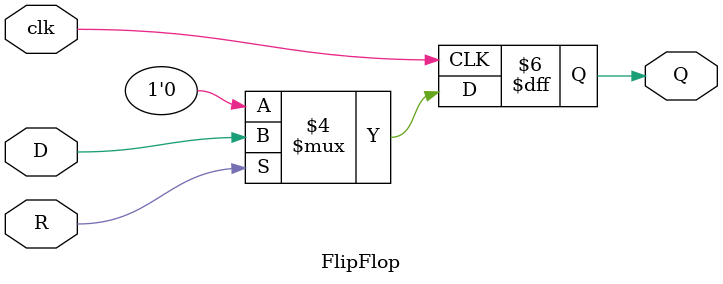
<source format=v>
module top_module (
    input clk,
    input resetn,   // synchronous reset
    input in,
    output out);
    
    reg[2:0] o;
    FlipFlop instance0(clk, resetn, in, o[2]);
    FlipFlop instance1(clk, resetn, o[2], o[1]);
    FlipFlop instance2(clk, resetn, o[1], o[0]);
    FlipFlop instance3(clk, resetn, o[0], out);

endmodule

module FlipFlop(input clk, input R, input D, output reg Q);
    always@(posedge clk) begin
        if(~R) Q <= 0;
        else Q <= D;
    end
endmodule
</source>
